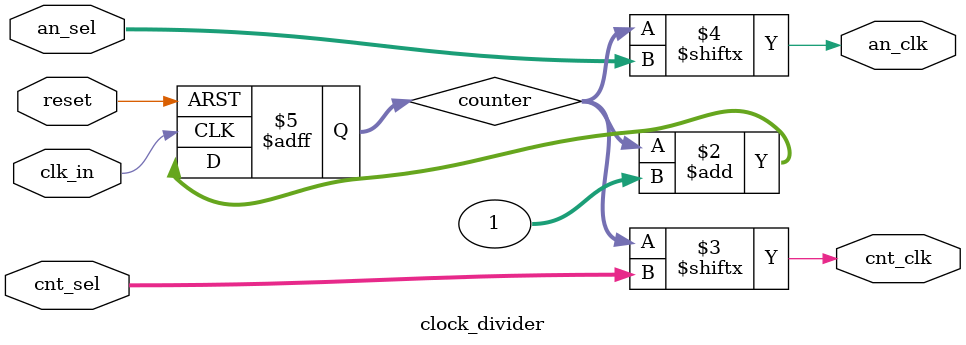
<source format=v>
module clock_divider(
    input clk_in,
    input reset,
    input [4:0] cnt_sel,
    input [4:0] an_sel,
    output cnt_clk,
    output an_clk
);
    
    reg [31:0] counter;

   // Clocking block
   always @(posedge clk_in or posedge reset)
   begin
       if (reset)
           counter <= 0;
       else
           counter <= counter + 1;
   end

   // Frequency division logic
   assign cnt_clk = counter[cnt_sel];
   assign an_clk = counter[an_sel];

endmodule
</source>
